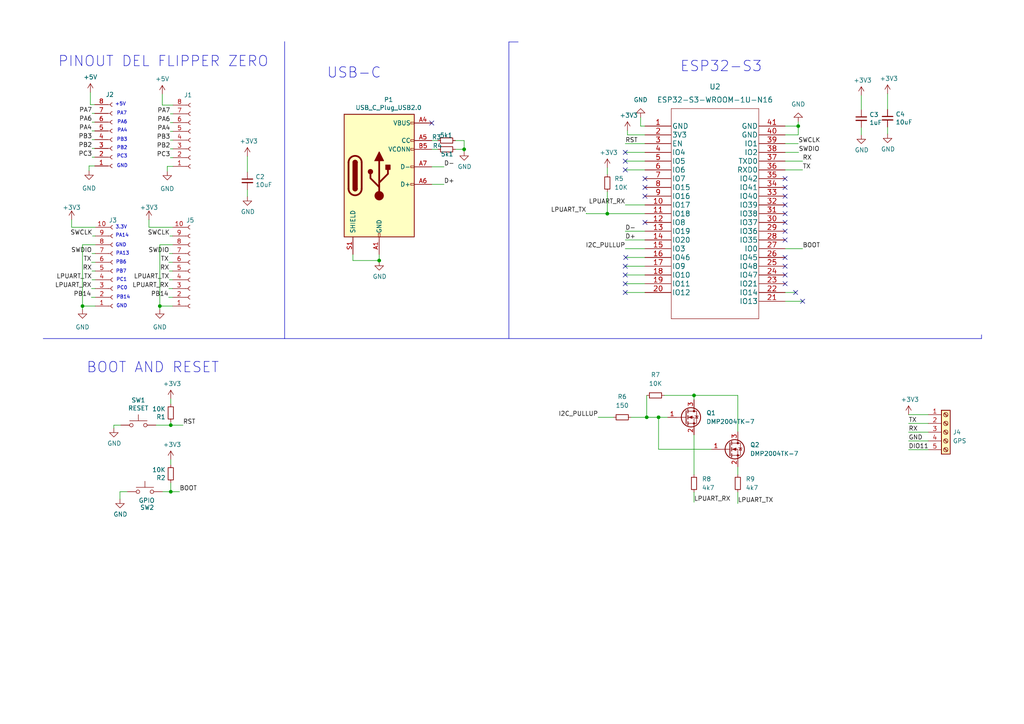
<source format=kicad_sch>
(kicad_sch (version 20230121) (generator eeschema)
  (paper "A4")
  (lib_symbols
    (symbol "Connector:Conn_01x08_Socket" (pin_names (offset 1.016) hide)
      (property "Reference" "J2" (at -1.905 10.541 0))
      (symbol "Conn_01x08_Socket_1_1"
        (arc (start 0 -9.652) (mid -0.5058 -10.16) (end 0 -10.668) (stroke (width 0.1524)))
        (arc (start 0 -7.112) (mid -0.5058 -7.62) (end 0 -8.128) (stroke (width 0.1524)))
        (arc (start 0 -4.572) (mid -0.5058 -5.08) (end 0 -5.588) (stroke (width 0.1524)))
        (arc (start 0 -2.032) (mid -0.5058 -2.54) (end 0 -3.048) (stroke (width 0.1524)))
        (polyline (pts (xy -1.27 -10.16) (xy -0.508 -10.16)) (stroke (width 0.1524)))
        (polyline (pts (xy -1.27 -7.62) (xy -0.508 -7.62)) (stroke (width 0.1524)))
        (polyline (pts (xy -1.27 -5.08) (xy -0.508 -5.08)) (stroke (width 0.1524)))
        (polyline (pts (xy -1.27 -2.54) (xy -0.508 -2.54)) (stroke (width 0.1524)))
        (polyline (pts (xy -1.27 0) (xy -0.508 0)) (stroke (width 0.1524)))
        (polyline (pts (xy -1.27 2.54) (xy -0.508 2.54)) (stroke (width 0.1524)))
        (polyline (pts (xy -1.27 5.08) (xy -0.508 5.08)) (stroke (width 0.1524)))
        (polyline (pts (xy -1.27 7.62) (xy -0.508 7.62)) (stroke (width 0.1524)))
        (arc (start 0 0.508) (mid -0.5058 0) (end 0 -0.508) (stroke (width 0.1524)))
        (arc (start 0 3.048) (mid -0.5058 2.54) (end 0 2.032) (stroke (width 0.1524)))
        (arc (start 0 5.588) (mid -0.5058 5.08) (end 0 4.572) (stroke (width 0.1524)))
        (arc (start 0 8.128) (mid -0.5058 7.62) (end 0 7.112) (stroke (width 0.1524)))
        (pin passive line (at -5.08 -10.16 0) (length 3.81) (name "Pin_8") (number "1"))
        (pin passive line (at -5.08 -7.62 0) (length 3.81) (name "Pin_7") (number "2"))
        (pin passive line (at -5.08 -5.08 0) (length 3.81) (name "Pin_6") (number "3"))
        (pin passive line (at -5.08 -2.54 0) (length 3.81) (name "Pin_5") (number "4"))
        (pin passive line (at -5.08 0 0) (length 3.81) (name "Pin_4") (number "5"))
        (pin passive line (at -5.08 2.54 0) (length 3.81) (name "Pin_3") (number "6"))
        (pin passive line (at -5.08 5.08 0) (length 3.81) (name "Pin_2") (number "7"))
        (pin passive line (at -5.08 7.62 0) (length 3.81) (name "Pin_1") (number "8"))
      )
    )
    (symbol "Connector:Conn_01x10_Socket" (pin_names (offset 1.016) hide)
      (property "Reference" "J3" (at -1.143 12.192 0))
      (symbol "Conn_01x10_Socket_1_1"
        (arc (start 0 -12.192) (mid -0.5058 -12.7) (end 0 -13.208) (stroke (width 0.1524)))
        (arc (start 0 -9.652) (mid -0.5058 -10.16) (end 0 -10.668) (stroke (width 0.1524)))
        (arc (start 0 -7.112) (mid -0.5058 -7.62) (end 0 -8.128) (stroke (width 0.1524)))
        (arc (start 0 -4.572) (mid -0.5058 -5.08) (end 0 -5.588) (stroke (width 0.1524)))
        (arc (start 0 -2.032) (mid -0.5058 -2.54) (end 0 -3.048) (stroke (width 0.1524)))
        (polyline (pts (xy -1.27 -12.7) (xy -0.508 -12.7)) (stroke (width 0.1524)))
        (polyline (pts (xy -1.27 -10.16) (xy -0.508 -10.16)) (stroke (width 0.1524)))
        (polyline (pts (xy -1.27 -7.62) (xy -0.508 -7.62)) (stroke (width 0.1524)))
        (polyline (pts (xy -1.27 -5.08) (xy -0.508 -5.08)) (stroke (width 0.1524)))
        (polyline (pts (xy -1.27 -2.54) (xy -0.508 -2.54)) (stroke (width 0.1524)))
        (polyline (pts (xy -1.27 0) (xy -0.508 0)) (stroke (width 0.1524)))
        (polyline (pts (xy -1.27 2.54) (xy -0.508 2.54)) (stroke (width 0.1524)))
        (polyline (pts (xy -1.27 5.08) (xy -0.508 5.08)) (stroke (width 0.1524)))
        (polyline (pts (xy -1.27 7.62) (xy -0.508 7.62)) (stroke (width 0.1524)))
        (polyline (pts (xy -1.27 10.16) (xy -0.508 10.16)) (stroke (width 0.1524)))
        (arc (start 0 0.508) (mid -0.5058 0) (end 0 -0.508) (stroke (width 0.1524)))
        (arc (start 0 3.048) (mid -0.5058 2.54) (end 0 2.032) (stroke (width 0.1524)))
        (arc (start 0 5.588) (mid -0.5058 5.08) (end 0 4.572) (stroke (width 0.1524)))
        (arc (start 0 8.128) (mid -0.5058 7.62) (end 0 7.112) (stroke (width 0.1524)))
        (arc (start 0 10.668) (mid -0.5058 10.16) (end 0 9.652) (stroke (width 0.1524)))
        (pin passive line (at -5.08 -12.7 0) (length 3.81) (name "Pin_10") (number "1"))
        (pin passive line (at -5.08 10.16 0) (length 3.81) (name "Pin_1") (number "10"))
        (pin passive line (at -5.08 -10.16 0) (length 3.81) (name "Pin_9") (number "2"))
        (pin passive line (at -5.08 -7.62 0) (length 3.81) (name "Pin_8") (number "3"))
        (pin passive line (at -5.08 -5.08 0) (length 3.81) (name "Pin_7") (number "4"))
        (pin passive line (at -5.08 -2.54 0) (length 3.81) (name "Pin_6") (number "5"))
        (pin passive line (at -5.08 0 0) (length 3.81) (name "Pin_5") (number "6"))
        (pin passive line (at -5.08 2.54 0) (length 3.81) (name "Pin_4") (number "7"))
        (pin passive line (at -5.08 5.08 0) (length 3.81) (name "Pin_3") (number "8"))
        (pin passive line (at -5.08 7.62 0) (length 3.81) (name "Pin_2") (number "9"))
      )
    )
    (symbol "Connector:Screw_Terminal_01x05" (pin_names (offset 1.016) hide)
      (property "Reference" "J" (at 0 7.62 0))
      (property "Value" "Screw_Terminal_01x05" (at 0 -7.62 0))
      (symbol "Screw_Terminal_01x05_1_1"
        (rectangle (start -1.27 6.35) (end 1.27 -6.35) (stroke (width 0.254)) (fill (type background)))
        (circle (center 0 -5.08) (radius 0.635) (stroke (width 0.1524)))
        (circle (center 0 -2.54) (radius 0.635) (stroke (width 0.1524)))
        (polyline (pts (xy -0.5334 -4.7498) (xy 0.3302 -5.588)) (stroke (width 0.1524)))
        (polyline (pts (xy -0.5334 -2.2098) (xy 0.3302 -3.048)) (stroke (width 0.1524)))
        (polyline (pts (xy -0.5334 0.3302) (xy 0.3302 -0.508)) (stroke (width 0.1524)))
        (polyline (pts (xy -0.5334 2.8702) (xy 0.3302 2.032)) (stroke (width 0.1524)))
        (polyline (pts (xy -0.5334 5.4102) (xy 0.3302 4.572)) (stroke (width 0.1524)))
        (polyline (pts (xy -0.3556 -4.572) (xy 0.508 -5.4102)) (stroke (width 0.1524)))
        (polyline (pts (xy -0.3556 -2.032) (xy 0.508 -2.8702)) (stroke (width 0.1524)))
        (polyline (pts (xy -0.3556 0.508) (xy 0.508 -0.3302)) (stroke (width 0.1524)))
        (polyline (pts (xy -0.3556 3.048) (xy 0.508 2.2098)) (stroke (width 0.1524)))
        (polyline (pts (xy -0.3556 5.588) (xy 0.508 4.7498)) (stroke (width 0.1524)))
        (circle (center 0 0) (radius 0.635) (stroke (width 0.1524)))
        (circle (center 0 2.54) (radius 0.635) (stroke (width 0.1524)))
        (circle (center 0 5.08) (radius 0.635) (stroke (width 0.1524)))
        (pin passive line (at -5.08 5.08 0) (length 3.81) (name "Pin_1") (number "1"))
        (pin passive line (at -5.08 2.54 0) (length 3.81) (name "Pin_2") (number "2"))
        (pin passive line (at -5.08 0 0) (length 3.81) (name "Pin_3") (number "3"))
        (pin passive line (at -5.08 -2.54 0) (length 3.81) (name "Pin_4") (number "4"))
        (pin passive line (at -5.08 -5.08 0) (length 3.81) (name "Pin_5") (number "5"))
      )
    )
    (symbol "Device:C_Small" (pin_numbers hide) (pin_names (offset 0.254) hide)
      (property "Reference" "C" (at 0.254 1.778 0))
      (property "Value" "C_Small" (at 0.254 -2.032 0))
      (symbol "C_Small_0_1"
        (polyline (pts (xy -1.524 -0.508) (xy 1.524 -0.508)) (stroke (width 0.3302)))
        (polyline (pts (xy -1.524 0.508) (xy 1.524 0.508)) (stroke (width 0.3048)))
      )
      (symbol "C_Small_1_1"
        (pin passive line (at 0 2.54 270) (length 2.032) (name "~") (number "1"))
        (pin passive line (at 0 -2.54 90) (length 2.032) (name "~") (number "2"))
      )
    )
    (symbol "Device:Q_NMOS_GSD" (pin_names (offset 0) hide)
      (property "Reference" "Q" (at 5.08 1.27 0))
      (property "Value" "Q_NMOS_GSD" (at 5.08 -1.27 0))
      (symbol "Q_NMOS_GSD_0_1"
        (polyline (pts (xy 0.254 0) (xy -2.54 0)))
        (polyline (pts (xy 0.254 1.905) (xy 0.254 -1.905)) (stroke (width 0.254)))
        (polyline (pts (xy 0.762 -1.27) (xy 0.762 -2.286)) (stroke (width 0.254)))
        (polyline (pts (xy 0.762 0.508) (xy 0.762 -0.508)) (stroke (width 0.254)))
        (polyline (pts (xy 0.762 2.286) (xy 0.762 1.27)) (stroke (width 0.254)))
        (polyline (pts (xy 2.54 2.54) (xy 2.54 1.778)))
        (polyline (pts (xy 2.54 -2.54) (xy 2.54 0) (xy 0.762 0)))
        (polyline (pts (xy 0.762 -1.778) (xy 3.302 -1.778) (xy 3.302 1.778) (xy 0.762 1.778)))
        (polyline (pts (xy 1.016 0) (xy 2.032 0.381) (xy 2.032 -0.381) (xy 1.016 0)) (fill (type outline)))
        (polyline (pts (xy 2.794 0.508) (xy 2.921 0.381) (xy 3.683 0.381) (xy 3.81 0.254)))
        (polyline (pts (xy 3.302 0.381) (xy 2.921 -0.254) (xy 3.683 -0.254) (xy 3.302 0.381)))
        (circle (center 1.651 0) (radius 2.794) (stroke (width 0.254)))
        (circle (center 2.54 -1.778) (radius 0.254) (fill (type outline)))
        (circle (center 2.54 1.778) (radius 0.254) (fill (type outline)))
      )
      (symbol "Q_NMOS_GSD_1_1"
        (pin input line (at -5.08 0 0) (length 2.54) (name "G") (number "1"))
        (pin passive line (at 2.54 -5.08 90) (length 2.54) (name "S") (number "2"))
        (pin passive line (at 2.54 5.08 270) (length 2.54) (name "D") (number "3"))
      )
    )
    (symbol "Device:R_Small" (pin_numbers hide) (pin_names (offset 0.254) hide)
      (property "Reference" "R" (at 0.762 0.508 0))
      (property "Value" "R_Small" (at 0.762 -1.016 0))
      (symbol "R_Small_0_1"
        (rectangle (start -0.762 1.778) (end 0.762 -1.778) (stroke (width 0.2032)))
      )
      (symbol "R_Small_1_1"
        (pin passive line (at 0 2.54 270) (length 0.762) (name "~") (number "1"))
        (pin passive line (at 0 -2.54 90) (length 0.762) (name "~") (number "2"))
      )
    )
    (symbol "ESP32-S3-WROOM:ESP32-S3-WROOM-1-N8" (pin_names (offset 0.254))
      (property "Reference" "U" (at 20.32 10.16 0))
      (property "Value" "ESP32-S3-WROOM-1-N8" (at 20.32 7.62 0))
      (symbol "ESP32-S3-WROOM-1-N8_1_1"
        (polyline (pts (xy 7.62 -55.88) (xy 33.02 -55.88)) (stroke (width 0.127)))
        (polyline (pts (xy 7.62 5.08) (xy 7.62 -55.88)) (stroke (width 0.127)))
        (polyline (pts (xy 33.02 -55.88) (xy 33.02 5.08)) (stroke (width 0.127)))
        (polyline (pts (xy 33.02 5.08) (xy 7.62 5.08)) (stroke (width 0.127)))
        (pin power_in line (at 0 0 0) (length 7.62) (name "GND") (number "1"))
        (pin bidirectional line (at 0 -22.86 0) (length 7.62) (name "IO17") (number "10"))
        (pin bidirectional line (at 0 -25.4 0) (length 7.62) (name "IO18") (number "11"))
        (pin bidirectional line (at 0 -27.94 0) (length 7.62) (name "IO8") (number "12"))
        (pin bidirectional line (at 0 -30.48 0) (length 7.62) (name "IO19") (number "13"))
        (pin bidirectional line (at 0 -33.02 0) (length 7.62) (name "IO20") (number "14"))
        (pin bidirectional line (at 0 -35.56 0) (length 7.62) (name "IO3") (number "15"))
        (pin bidirectional line (at 0 -38.1 0) (length 7.62) (name "IO46") (number "16"))
        (pin bidirectional line (at 0 -40.64 0) (length 7.62) (name "IO9") (number "17"))
        (pin bidirectional line (at 0 -43.18 0) (length 7.62) (name "IO10") (number "18"))
        (pin bidirectional line (at 0 -45.72 0) (length 7.62) (name "IO11") (number "19"))
        (pin power_in line (at 0 -2.54 0) (length 7.62) (name "3V3") (number "2"))
        (pin bidirectional line (at 0 -48.26 0) (length 7.62) (name "IO12") (number "20"))
        (pin bidirectional line (at 40.64 -50.8 180) (length 7.62) (name "IO13") (number "21"))
        (pin bidirectional line (at 40.64 -48.26 180) (length 7.62) (name "IO14") (number "22"))
        (pin bidirectional line (at 40.64 -45.72 180) (length 7.62) (name "IO21") (number "23"))
        (pin bidirectional line (at 40.64 -43.18 180) (length 7.62) (name "IO47") (number "24"))
        (pin bidirectional line (at 40.64 -40.64 180) (length 7.62) (name "IO48") (number "25"))
        (pin bidirectional line (at 40.64 -38.1 180) (length 7.62) (name "IO45") (number "26"))
        (pin bidirectional line (at 40.64 -35.56 180) (length 7.62) (name "IO0") (number "27"))
        (pin bidirectional line (at 40.64 -33.02 180) (length 7.62) (name "IO35") (number "28"))
        (pin bidirectional line (at 40.64 -30.48 180) (length 7.62) (name "IO36") (number "29"))
        (pin input line (at 0 -5.08 0) (length 7.62) (name "EN") (number "3"))
        (pin bidirectional line (at 40.64 -27.94 180) (length 7.62) (name "IO37") (number "30"))
        (pin bidirectional line (at 40.64 -25.4 180) (length 7.62) (name "IO38") (number "31"))
        (pin bidirectional line (at 40.64 -22.86 180) (length 7.62) (name "IO39") (number "32"))
        (pin bidirectional line (at 40.64 -20.32 180) (length 7.62) (name "IO40") (number "33"))
        (pin bidirectional line (at 40.64 -17.78 180) (length 7.62) (name "IO41") (number "34"))
        (pin bidirectional line (at 40.64 -15.24 180) (length 7.62) (name "IO42") (number "35"))
        (pin bidirectional line (at 40.64 -12.7 180) (length 7.62) (name "RXD0") (number "36"))
        (pin bidirectional line (at 40.64 -10.16 180) (length 7.62) (name "TXD0") (number "37"))
        (pin bidirectional line (at 40.64 -7.62 180) (length 7.62) (name "IO2") (number "38"))
        (pin bidirectional line (at 40.64 -5.08 180) (length 7.62) (name "IO1") (number "39"))
        (pin bidirectional line (at 0 -7.62 0) (length 7.62) (name "IO4") (number "4"))
        (pin power_in line (at 40.64 -2.54 180) (length 7.62) (name "GND") (number "40"))
        (pin power_in line (at 40.64 0 180) (length 7.62) (name "GND") (number "41"))
        (pin bidirectional line (at 0 -10.16 0) (length 7.62) (name "IO5") (number "5"))
        (pin bidirectional line (at 0 -12.7 0) (length 7.62) (name "IO6") (number "6"))
        (pin bidirectional line (at 0 -15.24 0) (length 7.62) (name "IO7") (number "7"))
        (pin bidirectional line (at 0 -17.78 0) (length 7.62) (name "IO15") (number "8"))
        (pin bidirectional line (at 0 -20.32 0) (length 7.62) (name "IO16") (number "9"))
      )
    )
    (symbol "HunterCat-NFC-rescue:USB_C_Plug_USB2.0-Connector" (pin_names (offset 1.016))
      (property "Reference" "P" (at -10.16 19.05 0))
      (property "Value" "USB_C_Plug_USB2.0-Connector" (at 12.7 19.05 0))
      (symbol "USB_C_Plug_USB2.0-Connector_0_0"
        (rectangle (start -0.254 -17.78) (end 0.254 -16.764))
        (rectangle (start 10.16 -2.286) (end 9.144 -2.794))
        (rectangle (start 10.16 2.794) (end 9.144 2.286))
        (rectangle (start 10.16 7.874) (end 9.144 7.366))
        (rectangle (start 10.16 10.414) (end 9.144 9.906))
        (rectangle (start 10.16 15.494) (end 9.144 14.986))
      )
      (symbol "USB_C_Plug_USB2.0-Connector_0_1"
        (rectangle (start -10.16 17.78) (end 10.16 -17.78) (stroke (width 0.254)) (fill (type background)))
        (arc (start -8.89 -3.81) (mid -6.985 -5.7067) (end -5.08 -3.81) (stroke (width 0.508)))
        (arc (start -7.62 -3.81) (mid -6.985 -4.4423) (end -6.35 -3.81) (stroke (width 0.254)))
        (arc (start -7.62 -3.81) (mid -6.985 -4.4423) (end -6.35 -3.81) (stroke (width 0.254)) (fill (type outline)))
        (rectangle (start -7.62 -3.81) (end -6.35 3.81) (stroke (width 0.254)) (fill (type outline)))
        (arc (start -6.35 3.81) (mid -6.985 4.4423) (end -7.62 3.81) (stroke (width 0.254)))
        (arc (start -6.35 3.81) (mid -6.985 4.4423) (end -7.62 3.81) (stroke (width 0.254)) (fill (type outline)))
        (arc (start -5.08 3.81) (mid -6.985 5.7067) (end -8.89 3.81) (stroke (width 0.508)))
        (circle (center -2.54 1.143) (radius 0.635) (stroke (width 0.254)) (fill (type outline)))
        (circle (center 0 -5.842) (radius 1.27) (fill (type outline)))
        (polyline (pts (xy -8.89 -3.81) (xy -8.89 3.81)) (stroke (width 0.508)))
        (polyline (pts (xy -5.08 3.81) (xy -5.08 -3.81)) (stroke (width 0.508)))
        (polyline (pts (xy 0 -5.842) (xy 0 4.318)) (stroke (width 0.508)))
        (polyline (pts (xy 0 -3.302) (xy -2.54 -0.762) (xy -2.54 0.508)) (stroke (width 0.508)))
        (polyline (pts (xy 0 -2.032) (xy 2.54 0.508) (xy 2.54 1.778)) (stroke (width 0.508)))
        (polyline (pts (xy -1.27 4.318) (xy 0 6.858) (xy 1.27 4.318) (xy -1.27 4.318)) (stroke (width 0.254)) (fill (type outline)))
        (rectangle (start 1.905 1.778) (end 3.175 3.048) (stroke (width 0.254)) (fill (type outline)))
      )
      (symbol "USB_C_Plug_USB2.0-Connector_1_1"
        (pin power_in line (at 0 -22.86 90) (length 5.08) (name "GND") (number "A1"))
        (pin passive line (at 0 -22.86 90) (length 5.08) hide (name "GND") (number "A12"))
        (pin power_in line (at 15.24 15.24 180) (length 5.08) (name "VBUS") (number "A4"))
        (pin bidirectional line (at 15.24 10.16 180) (length 5.08) (name "CC") (number "A5"))
        (pin bidirectional line (at 15.24 -2.54 180) (length 5.08) (name "D+") (number "A6"))
        (pin bidirectional line (at 15.24 2.54 180) (length 5.08) (name "D-") (number "A7"))
        (pin passive line (at 15.24 15.24 180) (length 5.08) hide (name "VBUS") (number "A9"))
        (pin passive line (at 0 -22.86 90) (length 5.08) hide (name "GND") (number "B1"))
        (pin passive line (at 0 -22.86 90) (length 5.08) hide (name "GND") (number "B12"))
        (pin passive line (at 15.24 15.24 180) (length 5.08) hide (name "VBUS") (number "B4"))
        (pin bidirectional line (at 15.24 7.62 180) (length 5.08) (name "VCONN") (number "B5"))
        (pin passive line (at 15.24 15.24 180) (length 5.08) hide (name "VBUS") (number "B9"))
        (pin passive line (at -7.62 -22.86 90) (length 5.08) (name "SHIELD") (number "S1"))
      )
    )
    (symbol "Switch:SW_Push" (pin_numbers hide) (pin_names (offset 1.016) hide)
      (property "Reference" "SW" (at 1.27 2.54 0))
      (property "Value" "SW_Push" (at 0 -1.524 0))
      (symbol "SW_Push_0_1"
        (circle (center -2.032 0) (radius 0.508))
        (polyline (pts (xy 0 1.27) (xy 0 3.048)))
        (polyline (pts (xy 2.54 1.27) (xy -2.54 1.27)))
        (circle (center 2.032 0) (radius 0.508))
        (pin passive line (at -5.08 0 0) (length 2.54) (name "1") (number "1"))
        (pin passive line (at 5.08 0 180) (length 2.54) (name "2") (number "2"))
      )
    )
    (symbol "power:+3V3" (power) (pin_names (offset 0))
      (property "Value" "+3V3" (at 0 3.556 0))
      (symbol "+3V3_0_1"
        (polyline (pts (xy -0.762 1.27) (xy 0 2.54)))
        (polyline (pts (xy 0 0) (xy 0 2.54)))
        (polyline (pts (xy 0 2.54) (xy 0.762 1.27)))
      )
      (symbol "+3V3_1_1"
        (pin power_in line (at 0 0 90) (length 0) hide (name "+3V3") (number "1"))
      )
    )
    (symbol "power:+5V" (power) (pin_names (offset 0))
      (property "Value" "+5V" (at 0 3.556 0))
      (symbol "+5V_0_1"
        (polyline (pts (xy -0.762 1.27) (xy 0 2.54)))
        (polyline (pts (xy 0 0) (xy 0 2.54)))
        (polyline (pts (xy 0 2.54) (xy 0.762 1.27)))
      )
      (symbol "+5V_1_1"
        (pin power_in line (at 0 0 90) (length 0) hide (name "+5V") (number "1"))
      )
    )
    (symbol "power:GND" (power) (pin_names (offset 0))
      (property "Value" "GND" (at 0 -3.81 0))
      (symbol "GND_0_1"
        (polyline (pts (xy 0 0) (xy 0 -1.27) (xy 1.27 -1.27) (xy 0 -2.54) (xy -1.27 -1.27) (xy 0 -1.27)))
      )
      (symbol "GND_1_1"
        (pin power_in line (at 0 0 270) (length 0) hide (name "GND") (number "1"))
      )
    )
  )
  (junction (at 23.9268 88.773))
  (junction (at 134.62 43.307))
  (junction (at 176.149 61.976))
  (junction (at 49.53 142.621))
  (junction (at 201.295 114.681))
  (junction (at 109.982 75.565))
  (junction (at 46.355 88.773))
  (junction (at 191.008 121.031))
  (junction (at 187.579 121.031))
  (junction (at 231.521 36.576))
  (junction (at 49.53 123.317))
  (no_connect (at 187.071 56.896))
  (no_connect (at 181.356 79.756))
  (no_connect (at 227.711 67.056))
  (no_connect (at 227.711 56.896))
  (no_connect (at 181.356 82.296))
  (no_connect (at 187.071 54.356))
  (no_connect (at 227.711 54.356))
  (no_connect (at 232.791 87.376))
  (no_connect (at 230.759 84.836))
  (no_connect (at 227.711 77.216))
  (no_connect (at 227.711 74.676))
  (no_connect (at 125.222 35.687))
  (no_connect (at 187.071 51.816))
  (no_connect (at 181.356 46.736))
  (no_connect (at 227.711 61.976))
  (no_connect (at 227.711 59.436))
  (no_connect (at 227.711 79.756))
  (no_connect (at 227.711 51.816))
  (no_connect (at 181.356 77.216))
  (no_connect (at 227.711 69.596))
  (no_connect (at 187.071 64.516))
  (no_connect (at 181.356 44.196))
  (no_connect (at 181.356 49.276))
  (no_connect (at 227.711 82.296))
  (no_connect (at 181.483 74.676))
  (no_connect (at 227.711 64.516))
  (no_connect (at 181.356 84.836))
  (wire (pts (xy 20.7772 63.7286) (xy 20.7772 65.913)))
  (wire (pts (xy 26.67 78.613) (xy 27.6098 78.613)))
  (wire (pts (xy 50.038 70.993) (xy 46.355 70.993)))
  (wire (pts (xy 176.149 61.976) (xy 187.071 61.976)))
  (wire (pts (xy 125.222 48.387) (xy 128.778 48.387)))
  (wire (pts (xy 23.9268 88.773) (xy 27.6098 88.773)))
  (wire (pts (xy 227.711 39.116) (xy 231.521 39.116)))
  (wire (pts (xy 181.356 67.056) (xy 187.071 67.056)))
  (wire (pts (xy 187.071 39.116) (xy 181.991 39.116)))
  (wire (pts (xy 192.659 114.681) (xy 201.295 114.681)))
  (wire (pts (xy 34.798 142.621) (xy 34.798 144.78)))
  (wire (pts (xy 23.9268 89.789) (xy 23.9268 88.773)))
  (wire (pts (xy 213.995 125.222) (xy 213.995 114.681)))
  (wire (pts (xy 48.514 49.657) (xy 48.514 48.26)))
  (wire (pts (xy 181.356 82.296) (xy 187.071 82.296)))
  (wire (pts (xy 25.8318 48.133) (xy 27.4828 48.133)))
  (wire (pts (xy 263.525 120.269) (xy 269.24 120.269)))
  (wire (pts (xy 26.67 81.153) (xy 27.6098 81.153)))
  (wire (pts (xy 23.9268 70.993) (xy 23.9268 88.773)))
  (wire (pts (xy 134.62 43.307) (xy 134.62 43.942)))
  (wire (pts (xy 181.356 41.656) (xy 187.071 41.656)))
  (wire (pts (xy 187.071 36.576) (xy 185.801 36.576)))
  (wire (pts (xy 26.543 76.073) (xy 27.6098 76.073)))
  (wire (pts (xy 26.7208 40.513) (xy 27.4828 40.513)))
  (wire (pts (xy 49.2506 68.453) (xy 50.038 68.453)))
  (wire (pts (xy 181.356 46.736) (xy 187.071 46.736)))
  (wire (pts (xy 263.525 130.429) (xy 269.24 130.429)))
  (wire (pts (xy 26.67 73.533) (xy 27.6098 73.533)))
  (wire (pts (xy 46.355 70.993) (xy 46.355 88.773)))
  (wire (pts (xy 49.53 142.621) (xy 52.07 142.621)))
  (wire (pts (xy 227.711 84.836) (xy 230.759 84.836)))
  (wire (pts (xy 201.295 114.681) (xy 201.295 115.951)))
  (wire (pts (xy 213.995 135.382) (xy 213.995 137.668)))
  (wire (pts (xy 49.403 38.1) (xy 50.165 38.1)))
  (wire (pts (xy 46.355 89.789) (xy 46.355 88.773)))
  (wire (pts (xy 231.521 36.576) (xy 231.521 39.116)))
  (wire (pts (xy 191.008 130.302) (xy 191.008 121.031)))
  (wire (pts (xy 181.991 39.116) (xy 181.991 37.846)))
  (wire (pts (xy 48.9204 86.233) (xy 50.038 86.233)))
  (wire (pts (xy 49.403 33.02) (xy 50.165 33.02)))
  (wire (pts (xy 49.0982 78.613) (xy 50.038 78.613)))
  (wire (pts (xy 263.525 125.349) (xy 269.24 125.349)))
  (wire (pts (xy 102.362 75.565) (xy 109.982 75.565)))
  (wire (pts (xy 206.375 130.302) (xy 191.008 130.302)))
  (wire (pts (xy 49.0982 81.153) (xy 50.038 81.153)))
  (wire (pts (xy 232.791 49.276) (xy 227.711 49.276)))
  (wire (pts (xy 26.2128 30.353) (xy 27.4828 30.353)))
  (wire (pts (xy 27.6098 70.993) (xy 23.9268 70.993)))
  (wire (pts (xy 173.482 121.031) (xy 177.927 121.031)))
  (wire (pts (xy 263.525 122.809) (xy 269.24 122.809)))
  (wire (pts (xy 176.149 48.641) (xy 176.149 50.546)))
  (wire (pts (xy 257.429 27.178) (xy 257.429 31.75)))
  (wire (pts (xy 43.2054 65.913) (xy 50.038 65.913)))
  (wire (pts (xy 227.711 36.576) (xy 231.521 36.576)))
  (wire (pts (xy 71.755 45.339) (xy 71.755 49.911)))
  (wire (pts (xy 191.008 121.031) (xy 193.675 121.031)))
  (wire (pts (xy 257.429 36.83) (xy 257.429 38.862)))
  (wire (pts (xy 249.809 36.957) (xy 249.809 39.116)))
  (wire (pts (xy 109.982 75.565) (xy 109.982 75.819)))
  (wire (pts (xy 26.7208 45.593) (xy 27.4828 45.593)))
  (wire (pts (xy 47.0662 27.3304) (xy 47.0662 30.48)))
  (wire (pts (xy 249.809 27.686) (xy 249.809 31.877)))
  (wire (pts (xy 181.356 49.276) (xy 187.071 49.276)))
  (wire (pts (xy 181.356 77.216) (xy 187.071 77.216)))
  (wire (pts (xy 26.8224 68.453) (xy 27.6098 68.453)))
  (wire (pts (xy 26.7208 32.893) (xy 27.4828 32.893)))
  (wire (pts (xy 187.579 121.031) (xy 191.008 121.031)))
  (polyline (pts (xy 82.55 98.171) (xy 82.5754 98.171)))
  (wire (pts (xy 227.711 44.196) (xy 231.648 44.196)))
  (wire (pts (xy 176.149 55.626) (xy 176.149 61.976)))
  (wire (pts (xy 46.355 88.773) (xy 50.038 88.773)))
  (wire (pts (xy 185.801 36.576) (xy 185.801 34.036)))
  (wire (pts (xy 181.483 74.676) (xy 187.071 74.676)))
  (wire (pts (xy 47.117 142.621) (xy 49.53 142.621)))
  (wire (pts (xy 47.0662 30.48) (xy 50.165 30.48)))
  (wire (pts (xy 26.7208 43.053) (xy 27.4828 43.053)))
  (wire (pts (xy 26.7208 35.433) (xy 27.4828 35.433)))
  (wire (pts (xy 181.356 59.436) (xy 187.071 59.436)))
  (wire (pts (xy 26.4922 86.233) (xy 27.6098 86.233)))
  (wire (pts (xy 49.0982 73.533) (xy 50.038 73.533)))
  (polyline (pts (xy 12.5222 98.1964) (xy 284.6832 98.1964)))
  (wire (pts (xy 231.521 35.306) (xy 231.521 36.576)))
  (polyline (pts (xy 284.6832 97.1042) (xy 284.6832 98.1964)))
  (wire (pts (xy 34.798 142.621) (xy 36.957 142.621)))
  (polyline (pts (xy 150.2918 12.1666) (xy 147.5994 12.1666)))
  (wire (pts (xy 132.08 43.307) (xy 134.62 43.307)))
  (wire (pts (xy 201.295 126.111) (xy 201.295 137.668)))
  (wire (pts (xy 125.222 40.767) (xy 127 40.767)))
  (polyline (pts (xy 147.5994 12.1666) (xy 147.5994 98.171)))
  (wire (pts (xy 49.53 123.317) (xy 53.086 123.317)))
  (wire (pts (xy 183.007 121.031) (xy 187.579 121.031)))
  (wire (pts (xy 49.403 40.64) (xy 50.165 40.64)))
  (wire (pts (xy 232.791 72.136) (xy 227.711 72.136)))
  (wire (pts (xy 49.53 122.301) (xy 49.53 123.317)))
  (wire (pts (xy 49.403 35.56) (xy 50.165 35.56)))
  (wire (pts (xy 71.755 54.991) (xy 71.755 57.023)))
  (wire (pts (xy 187.579 114.681) (xy 187.579 121.031)))
  (wire (pts (xy 49.53 139.954) (xy 49.53 142.621)))
  (wire (pts (xy 48.514 48.26) (xy 50.165 48.26)))
  (wire (pts (xy 43.2054 63.7286) (xy 43.2054 65.913)))
  (wire (pts (xy 20.7772 65.913) (xy 27.6098 65.913)))
  (wire (pts (xy 181.356 69.596) (xy 187.071 69.596)))
  (wire (pts (xy 26.2128 26.797) (xy 26.2128 30.353)))
  (wire (pts (xy 125.222 53.467) (xy 128.778 53.467)))
  (wire (pts (xy 227.711 41.656) (xy 231.521 41.656)))
  (wire (pts (xy 49.53 133.35) (xy 49.53 134.874)))
  (wire (pts (xy 125.222 43.307) (xy 127 43.307)))
  (wire (pts (xy 49.403 43.18) (xy 50.165 43.18)))
  (wire (pts (xy 25.8318 49.53) (xy 25.8318 48.133)))
  (wire (pts (xy 102.362 73.787) (xy 102.362 75.565)))
  (wire (pts (xy 26.6954 37.973) (xy 27.4828 37.973)))
  (wire (pts (xy 45.212 123.317) (xy 49.53 123.317)))
  (wire (pts (xy 170.053 61.849) (xy 170.053 61.976)))
  (polyline (pts (xy 82.55 12.065) (xy 82.55 98.171)))
  (wire (pts (xy 49.53 115.697) (xy 49.53 117.221)))
  (wire (pts (xy 181.356 44.196) (xy 187.071 44.196)))
  (wire (pts (xy 26.543 83.693) (xy 27.6098 83.693)))
  (wire (pts (xy 181.356 72.136) (xy 187.071 72.136)))
  (wire (pts (xy 232.791 87.376) (xy 227.711 87.376)))
  (wire (pts (xy 263.525 127.889) (xy 269.24 127.889)))
  (wire (pts (xy 132.08 40.767) (xy 134.62 40.767)))
  (wire (pts (xy 181.356 79.756) (xy 187.071 79.756)))
  (wire (pts (xy 213.995 114.681) (xy 201.295 114.681)))
  (wire (pts (xy 170.053 61.976) (xy 176.149 61.976)))
  (wire (pts (xy 33.02 123.317) (xy 33.02 124.206)))
  (wire (pts (xy 232.791 46.736) (xy 227.711 46.736)))
  (wire (pts (xy 35.052 123.317) (xy 33.02 123.317)))
  (wire (pts (xy 201.295 142.748) (xy 201.295 145.669)))
  (wire (pts (xy 109.982 73.787) (xy 109.982 75.565)))
  (wire (pts (xy 134.62 40.767) (xy 134.62 43.307)))
  (wire (pts (xy 48.9712 76.073) (xy 50.038 76.073)))
  (wire (pts (xy 213.995 142.748) (xy 213.995 146.05)))
  (wire (pts (xy 48.9712 83.693) (xy 50.038 83.693)))
  (wire (pts (xy 49.403 45.72) (xy 50.165 45.72)))
  (wire (pts (xy 181.356 84.836) (xy 187.071 84.836)))
  (text "PB6" (at 33.5788 76.708 0) (effects (font (size 1 1)) (justify left bottom)))
  (text "PC0" (at 33.8328 84.201 0) (effects (font (size 1 1)) (justify left bottom)))
  (text "ESP32-S3\n\n" (at 197.2056 25.9588 0) (effects (font (size 3 3)) (justify left bottom)))
  (text "BOOT AND RESET\n" (at 25.019 108.458 0) (effects (font (size 3 3)) (justify left bottom)))
  (text "PA4" (at 33.9598 38.481 0) (effects (font (size 1 1)) (justify left bottom)))
  (text "PA14\n" (at 33.4518 68.961 0) (effects (font (size 1 1)) (justify left bottom)))
  (text "PA13" (at 33.5788 74.168 0) (effects (font (size 1 1)) (justify left bottom)))
  (text "PB2" (at 33.8328 43.561 0) (effects (font (size 1 1)) (justify left bottom)))
  (text "GND" (at 33.7058 89.408 0) (effects (font (size 1 1)) (justify left bottom)))
  (text "PINOUT DEL FLIPPER ZERO" (at 16.764 19.685 0) (effects (font (size 3 3)) (justify left bottom)))
  (text "USB-C\n" (at 94.742 22.987 0) (effects (font (size 3 3)) (justify left bottom)))
  (text "PC1" (at 33.7058 81.788 0) (effects (font (size 1 1)) (justify left bottom)))
  (text "+5V" (at 33.3248 30.861 0) (effects (font (size 1 1)) (justify left bottom)))
  (text "3.3V" (at 33.4518 66.548 0) (effects (font (size 1 1)) (justify left bottom)))
  (text "PA6" (at 33.9598 36.068 0) (effects (font (size 1 1)) (justify left bottom)))
  (text "GND" (at 33.4518 71.755 0) (effects (font (size 1 1)) (justify left bottom)))
  (text "PB14\n" (at 33.7058 86.868 0) (effects (font (size 1 1)) (justify left bottom)))
  (text "GND" (at 33.8328 48.768 0) (effects (font (size 1 1)) (justify left bottom)))
  (text "PB3" (at 33.8328 41.148 0) (effects (font (size 1 1)) (justify left bottom)))
  (text "PA7" (at 33.8328 33.528 0) (effects (font (size 1 1)) (justify left bottom)))
  (text "PC3" (at 33.8328 45.974 0) (effects (font (size 1 1)) (justify left bottom)))
  (text "PB7" (at 33.5788 79.375 0) (effects (font (size 1 1)) (justify left bottom)))
  (label "SWDIO" (at 26.67 73.533 180))
  (label "BOOT" (at 52.07 142.621 0))
  (label "RX" (at 49.0982 78.613 180))
  (label "SWCLK" (at 49.2506 68.453 180))
  (label "LPUART_RX" (at 181.356 59.436 180))
  (label "TX" (at 263.525 122.809 0))
  (label "BOOT" (at 232.791 72.136 0))
  (label "PB3" (at 49.403 40.64 180))
  (label "RST" (at 53.086 123.317 0))
  (label "I2C_PULLUP" (at 173.482 121.031 180))
  (label "PA7" (at 49.403 33.02 180))
  (label "LPUART_RX" (at 48.9712 83.693 180))
  (label "SWCLK" (at 231.521 41.656 0))
  (label "D+" (at 181.356 69.596 0))
  (label "DIO11" (at 263.525 130.429 0))
  (label "TX" (at 48.9712 76.073 180))
  (label "PB2" (at 26.7208 43.053 180))
  (label "PB14" (at 48.9204 86.233 180))
  (label "SWDIO" (at 49.0982 73.533 180))
  (label "TX" (at 232.791 49.276 0))
  (label "RX" (at 232.791 46.736 0))
  (label "LPUART_TX" (at 170.053 61.849 180))
  (label "PC3" (at 49.403 45.72 180))
  (label "LPUART_TX" (at 26.67 81.153 180))
  (label "I2C_PULLUP" (at 181.356 72.136 180))
  (label "RX" (at 263.525 125.349 0))
  (label "LPUART_RX" (at 26.543 83.693 180))
  (label "PA4" (at 49.403 38.1 180))
  (label "PA7" (at 26.7208 32.893 180))
  (label "D-" (at 128.778 48.387 0))
  (label "RST" (at 181.356 41.656 0))
  (label "TX" (at 26.543 76.073 180))
  (label "D-" (at 181.356 67.056 0))
  (label "LPUART_RX" (at 201.295 145.669 0))
  (label "SWCLK" (at 26.8224 68.453 180))
  (label "PB2" (at 49.403 43.18 180))
  (label "PB14" (at 26.4922 86.233 180))
  (label "PA6" (at 26.7208 35.433 180))
  (label "PA6" (at 49.403 35.56 180))
  (label "PB3" (at 26.7208 40.513 180))
  (label "SWDIO" (at 231.648 44.196 0))
  (label "PA4" (at 26.6954 37.973 180))
  (label "RX" (at 26.67 78.613 180))
  (label "LPUART_TX" (at 213.995 146.05 0))
  (label "D+" (at 128.778 53.467 0))
  (label "LPUART_TX" (at 49.0982 81.153 180))
  (label "PC3" (at 26.7208 45.593 180))
  (label "GND" (at 263.525 127.889 0))
  (symbol (lib_id "Device:C_Small") (at 71.755 52.451 0) (unit 1)
    (property "Reference" "C2" (at 74.0918 51.2826 0) (effects (justify left)))
    (property "Value" "10uF" (at 74.0918 53.594 0) (effects (justify left)))
    (property "Footprint" "Capacitor_SMD:C_0603_1608Metric" (effects hide))
    (property "Datasheet" "https://datasheet.lcsc.com/lcsc/1912111437_CCTC-TCC0603COG100J500CT_C376764.pdf" (effects hide))
    (property "provedor" "LCSC" (effects hide))
    (property "LCSC#" "C85713" (effects hide))
  )
  (symbol (lib_id "power:GND") (at 109.982 75.819 0) (unit 1)
    (property "Reference" "#PWR012" (effects hide))
    (property "Value" "GND" (at 110.109 80.2132 0))
  )
  (symbol (lib_id "Device:Q_NMOS_GSD") (at 198.755 121.031 0) (unit 1)
    (property "Reference" "Q1" (at 204.851 119.761 0) (effects (justify left)))
    (property "Value" "DMP2004TK-7" (at 204.851 122.301 0) (effects (justify left)))
    (property "Footprint" "Package_TO_SOT_SMD:SOT-523" (effects hide))
    (property "manf#" "DMP2004TK-7" (effects hide))
    (property "provedor" "MOUSER" (effects hide))
  )
  (symbol (lib_id "power:GND") (at 231.521 35.306 180) (unit 1)
    (property "Reference" "#PWR019" (effects hide))
    (property "Value" "GND" (at 231.521 30.226 0))
  )
  (symbol (lib_id "power:+3V3") (at 181.991 37.846 0) (unit 1)
    (property "Reference" "#PWR017" (effects hide))
    (property "Value" "+3V3" (at 182.372 33.4518 0))
  )
  (symbol (lib_id "Device:R_Small") (at 190.119 114.681 90) (unit 1)
    (property "Reference" "R7" (at 190.119 108.712 90))
    (property "Value" "10K" (at 190.119 111.252 90))
    (property "Footprint" "Resistor_SMD:R_0603_1608Metric" (effects hide))
    (property "LCSC#" "C217281" (effects hide))
    (property "provedor" "LCSC" (effects hide))
  )
  (symbol (lib_id "power:GND") (at 134.62 43.942 0) (unit 1)
    (property "Reference" "#PWR015" (effects hide))
    (property "Value" "GND" (at 134.747 48.3362 0))
  )
  (symbol (lib_id "power:+3V3") (at 71.755 45.339 0) (unit 1)
    (property "Reference" "#PWR013" (effects hide))
    (property "Value" "+3V3" (at 72.136 40.9448 0))
  )
  (symbol (lib_id "power:GND") (at 33.02 124.206 0) (unit 1)
    (property "Reference" "#PWR03" (effects hide))
    (property "Value" "GND" (at 33.147 128.6002 0))
  )
  (symbol (lib_id "Device:R_Small") (at 49.53 119.761 180) (unit 1)
    (property "Reference" "R1" (at 48.0314 120.9294 0) (effects (justify left)))
    (property "Value" "10K" (at 48.0314 118.618 0) (effects (justify left)))
    (property "Footprint" "Resistor_SMD:R_0603_1608Metric" (effects hide))
    (property "Datasheet" "https://datasheet.lcsc.com/lcsc/1811151133_Walsin-Tech-Corp-WR06X104JTL_C163843.pdf" (effects hide))
    (property "LCSC#" "C217281" (effects hide))
    (property "provedor" "LCSC" (effects hide))
  )
  (symbol (lib_id "power:GND") (at 23.9268 89.789 0) (unit 1)
    (property "Reference" "#PWR010" (effects hide))
    (property "Value" "GND" (at 23.9268 94.869 0))
  )
  (symbol (lib_id "Device:R_Small") (at 129.54 40.767 270) (unit 1)
    (property "Reference" "R3" (at 126.619 39.751 90))
    (property "Value" "5k1" (at 129.413 39.243 90))
    (property "Footprint" "Resistor_SMD:R_0603_1608Metric" (effects hide))
    (property "Datasheet" "https://datasheet.lcsc.com/lcsc/1810170519_PANASONIC-ERJ3RBD5101V_C191782.pdf" (effects hide))
    (property "LCSC#" "C191782" (effects hide))
    (property "provedor" "LCSC" (effects hide))
  )
  (symbol (lib_id "power:+3V3") (at 263.525 120.269 0) (unit 1)
    (property "Reference" "#PWR024" (effects hide))
    (property "Value" "+3V3" (at 263.906 115.8748 0))
  )
  (symbol (lib_id "power:GND") (at 48.514 49.657 0) (unit 1)
    (property "Reference" "#PWR06" (effects hide))
    (property "Value" "GND" (at 48.514 54.737 0))
  )
  (symbol (lib_id "Connector:Conn_01x10_Socket") (at 32.6898 76.073 0) (unit 1)
    (property "Reference" "J3" (at 31.5468 63.881 0) (effects (justify left)))
    (property "Value" "Conn_01x10_Socket" (effects hide))
    (property "Footprint" "Connector_PinHeader_2.54mm:PinHeader_1x10_P2.54mm_Vertical" (effects hide))
    (property "LCSC#" "C492418" (effects hide))
  )
  (symbol (lib_id "power:+5V") (at 47.0662 27.3304 0) (unit 1)
    (property "Reference" "#PWR01" (effects hide))
    (property "Value" "+5V" (at 47.0662 22.8854 0))
  )
  (symbol (lib_id "power:+3V3") (at 249.809 27.686 0) (unit 1)
    (property "Reference" "#PWR020" (effects hide))
    (property "Value" "+3V3" (at 250.19 23.2918 0))
  )
  (symbol (lib_id "power:+3V3") (at 20.7772 63.7286 0) (mirror y) (unit 1)
    (property "Reference" "#PWR09" (effects hide))
    (property "Value" "+3V3" (at 20.7772 60.1726 0))
  )
  (symbol (lib_id "power:GND") (at 185.801 34.036 180) (unit 1)
    (property "Reference" "#PWR018" (effects hide))
    (property "Value" "GND" (at 185.801 28.956 0))
  )
  (symbol (lib_id "Connector:Conn_01x10_Socket") (at 55.118 76.073 0) (unit 1)
    (property "Reference" "J5" (at 53.975 63.881 0) (effects (justify left)))
    (property "Value" "Conn_01x10_Socket" (effects hide))
    (property "Footprint" "Connector_PinHeader_2.54mm:PinHeader_1x10_P2.54mm_Vertical" (effects hide))
    (property "manf#" "PZ254R-11-10P" (effects hide))
    (property "LCSC#" "C492418" (effects hide))
  )
  (symbol (lib_id "power:GND") (at 46.355 89.789 0) (unit 1)
    (property "Reference" "#PWR08" (effects hide))
    (property "Value" "GND" (at 46.355 94.869 0))
  )
  (symbol (lib_id "power:GND") (at 257.429 38.862 0) (unit 1)
    (property "Reference" "#PWR023" (effects hide))
    (property "Value" "GND" (at 257.556 43.2562 0))
  )
  (symbol (lib_id "HunterCat-NFC-rescue:USB_C_Plug_USB2.0-Connector") (at 109.982 50.927 0) (unit 1)
    (property "Reference" "P1" (at 112.6998 28.9052 0))
    (property "Value" "USB_C_Plug_USB2.0" (at 112.6998 31.2166 0))
    (property "Footprint" "Connectors:C393939" (effects hide))
    (property "Datasheet" "https://datasheet.lcsc.com/lcsc/2108132030_Korean-Hroparts-Elec-TYPE-C-31-M-31_C2760486.pdf" (effects hide))
    (property "LCSC#" "C2760486" (effects hide))
    (property "provedor" "LCSC" (effects hide))
  )
  (symbol (lib_id "ESP32-S3-WROOM:ESP32-S3-WROOM-1-N8") (at 187.071 36.576 0) (unit 1)
    (property "Reference" "U2" (at 207.391 25.146 0) (effects (font (size 1.524 1.524))))
    (property "Value" "ESP32-S3-WROOM-1U-N16" (at 207.391 28.956 0) (effects (font (size 1.524 1.524))))
    (property "Footprint" "RF_Module:ESP32-S3-WROOM-1U" (effects hide))
    (property "Datasheet" "https://www.espressif.com/sites/default/files/documentation/esp32-s3-wroom-1_wroom-1u_datasheet_en.pdf" (effects hide))
    (property "manf#" "ESP32-S3-WROOM-1U-N16" (effects hide))
    (property "provedor" "MOUSER" (effects hide))
  )
  (symbol (lib_id "Device:R_Small") (at 129.54 43.307 270) (unit 1)
    (property "Reference" "R4" (at 126.873 42.291 90))
    (property "Value" "5k1" (at 129.667 44.704 90))
    (property "Footprint" "Resistor_SMD:R_0603_1608Metric" (effects hide))
    (property "Datasheet" "https://datasheet.lcsc.com/lcsc/1810170519_PANASONIC-ERJ3RBD5101V_C191782.pdf" (effects hide))
    (property "LCSC#" "C191782" (effects hide))
    (property "provedor" "LCSC" (effects hide))
  )
  (symbol (lib_id "Device:C_Small") (at 257.429 34.29 0) (unit 1)
    (property "Reference" "C4" (at 259.7658 33.1216 0) (effects (justify left)))
    (property "Value" "10uF" (at 259.7658 35.433 0) (effects (justify left)))
    (property "Footprint" "Capacitor_SMD:C_0603_1608Metric" (effects hide))
    (property "Datasheet" "https://datasheet.lcsc.com/lcsc/1912111437_CCTC-TCC0603COG100J500CT_C376764.pdf" (effects hide))
    (property "provedor" "LCSC" (effects hide))
    (property "LCSC#" "C85713" (effects hide))
  )
  (symbol (lib_id "Device:R_Small") (at 49.53 137.414 180) (unit 1)
    (property "Reference" "R2" (at 48.0314 138.5824 0) (effects (justify left)))
    (property "Value" "10K" (at 48.0314 136.271 0) (effects (justify left)))
    (property "Footprint" "Resistor_SMD:R_0603_1608Metric" (effects hide))
    (property "Datasheet" "https://datasheet.lcsc.com/lcsc/1811151133_Walsin-Tech-Corp-WR06X104JTL_C163843.pdf" (effects hide))
    (property "LCSC#" "C217281" (effects hide))
    (property "provedor" "LCSC" (effects hide))
  )
  (symbol (lib_id "power:+3V3") (at 43.2054 63.7286 0) (mirror y) (unit 1)
    (property "Reference" "#PWR07" (effects hide))
    (property "Value" "+3V3" (at 43.2054 60.1726 0))
  )
  (symbol (lib_id "power:+3V3") (at 176.149 48.641 0) (unit 1)
    (property "Reference" "#PWR016" (effects hide))
    (property "Value" "+3V3" (at 176.53 44.2468 0))
  )
  (symbol (lib_id "power:GND") (at 71.755 57.023 0) (unit 1)
    (property "Reference" "#PWR014" (effects hide))
    (property "Value" "GND" (at 71.882 61.4172 0))
  )
  (symbol (lib_id "Device:C_Small") (at 249.809 34.417 0) (unit 1)
    (property "Reference" "C3" (at 252.1458 33.2486 0) (effects (justify left)))
    (property "Value" "1uF" (at 252.1458 35.56 0) (effects (justify left)))
    (property "Footprint" "Capacitor_SMD:C_0603_1608Metric" (effects hide))
    (property "Datasheet" "https://datasheet.lcsc.com/lcsc/1912111437_CCTC-TCC0603COG100J500CT_C376764.pdf" (effects hide))
    (property "provedor" "LCSC" (effects hide))
    (property "LCSC#" "C15849" (effects hide))
  )
  (symbol (lib_id "Switch:SW_Push") (at 40.132 123.317 0) (unit 1)
    (property "Reference" "SW1" (at 40.132 116.078 0))
    (property "Value" "RESET" (at 40.132 118.3894 0))
    (property "Footprint" "Button_Switch_SMD:SW_SPST_TL3342" (effects hide))
    (property "Datasheet" "https://datasheet.lcsc.com/lcsc/2205161616_E-Switch-TL3342F450QG_C2886897.pdf" (effects hide))
    (property "LCSC#" "C2886897" (effects hide))
    (property "provedor" "LCSC" (effects hide))
  )
  (symbol (lib_id "Connector:Conn_01x08_Socket") (at 55.245 38.1 0) (unit 1)
    (property "Reference" "J1" (at 53.34 27.559 0) (effects (justify left)))
    (property "Value" "Conn_01x08_Socket" (effects hide))
    (property "Footprint" "Connector_PinHeader_2.54mm:PinHeader_1x08_P2.54mm_Vertical" (effects hide))
    (property "manf#" "PZ254-1-08-W-8.5" (effects hide))
    (property "LCSC#" "C2894950" (effects hide))
  )
  (symbol (lib_id "power:GND") (at 25.8318 49.53 0) (unit 1)
    (property "Reference" "#PWR011" (effects hide))
    (property "Value" "GND" (at 25.8318 54.61 0))
  )
  (symbol (lib_id "power:+3V3") (at 49.53 133.35 0) (unit 1)
    (property "Reference" "#PWR05" (effects hide))
    (property "Value" "+3V3" (at 49.911 128.9558 0))
  )
  (symbol (lib_id "Device:R_Small") (at 176.149 53.086 0) (unit 1)
    (property "Reference" "R5" (at 178.181 51.816 0) (effects (justify left)))
    (property "Value" "10K" (at 178.181 54.356 0) (effects (justify left)))
    (property "Footprint" "Resistor_SMD:R_0603_1608Metric" (effects hide))
    (property "LCSC#" "C217281" (effects hide))
    (property "provedor" "LCSC" (effects hide))
  )
  (symbol (lib_id "Device:R_Small") (at 201.295 140.208 0) (unit 1)
    (property "Reference" "R8" (at 203.581 138.938 0) (effects (justify left)))
    (property "Value" "4k7" (at 203.581 141.478 0) (effects (justify left)))
    (property "Footprint" "Resistor_SMD:R_0603_1608Metric" (effects hide))
    (property "LCSC#" "C394547" (effects hide))
    (property "provedor" "LCSC" (effects hide))
  )
  (symbol (lib_id "power:GND") (at 34.798 144.78 0) (unit 1)
    (property "Reference" "#PWR02" (effects hide))
    (property "Value" "GND" (at 34.925 149.1742 0))
  )
  (symbol (lib_id "power:+3V3") (at 49.53 115.697 0) (unit 1)
    (property "Reference" "#PWR04" (effects hide))
    (property "Value" "+3V3" (at 49.911 111.3028 0))
  )
  (symbol (lib_id "power:+3V3") (at 257.429 27.178 0) (unit 1)
    (property "Reference" "#PWR022" (effects hide))
    (property "Value" "+3V3" (at 257.81 22.7838 0))
  )
  (symbol (lib_id "Connector:Screw_Terminal_01x05") (at 274.32 125.349 0) (unit 1)
    (property "Reference" "J4" (at 276.352 125.3489 0) (effects (justify left)))
    (property "Value" "GPS" (at 276.352 127.8889 0) (effects (justify left)))
    (property "Footprint" "Connector_PinHeader_2.54mm:PinHeader_1x05_P2.54mm_Vertical" (effects hide))
  )
  (symbol (lib_id "Device:R_Small") (at 213.995 140.208 0) (unit 1)
    (property "Reference" "R9" (at 216.281 138.938 0) (effects (justify left)))
    (property "Value" "4k7" (at 216.281 141.478 0) (effects (justify left)))
    (property "Footprint" "Resistor_SMD:R_0603_1608Metric" (effects hide))
    (property "LCSC#" "C394547" (effects hide))
    (property "provedor" "LCSC" (effects hide))
  )
  (symbol (lib_id "Switch:SW_Push") (at 42.037 142.621 0) (unit 1)
    (property "Reference" "SW2" (at 42.672 147.193 0))
    (property "Value" "GPIO" (at 42.545 145.161 0))
    (property "Footprint" "Button_Switch_SMD:SW_SPST_TL3342" (effects hide))
    (property "Datasheet" "https://datasheet.lcsc.com/lcsc/2205161616_E-Switch-TL3342F450QG_C2886897.pdf" (effects hide))
    (property "LCSC#" "C2886897" (effects hide))
    (property "provedor" "LCSC" (effects hide))
  )
  (symbol (lib_id "Connector:Conn_01x08_Socket") (at 32.5628 37.973 0) (unit 1)
    (property "Reference" "J2" (at 30.6578 27.432 0) (effects (justify left)))
    (property "Value" "Conn_01x08_Socket" (effects hide))
    (property "Footprint" "Connector_PinHeader_2.54mm:PinHeader_1x08_P2.54mm_Vertical" (effects hide))
    (property "LCSC#" "C2894950" (effects hide))
  )
  (symbol (lib_id "Device:Q_NMOS_GSD") (at 211.455 130.302 0) (unit 1)
    (property "Reference" "Q2" (at 217.551 129.032 0) (effects (justify left)))
    (property "Value" "DMP2004TK-7" (at 217.551 131.572 0) (effects (justify left)))
    (property "Footprint" "Package_TO_SOT_SMD:SOT-523" (effects hide))
    (property "manf#" "DMP2004TK-7" (effects hide))
    (property "provedor" "MOUSER" (effects hide))
  )
  (symbol (lib_id "power:+5V") (at 26.2128 26.797 0) (unit 1)
    (property "Reference" "#PWR025" (effects hide))
    (property "Value" "+5V" (at 26.2128 22.352 0))
  )
  (symbol (lib_id "Device:R_Small") (at 180.467 121.031 90) (unit 1)
    (property "Reference" "R6" (at 180.467 115.062 90))
    (property "Value" "150" (at 180.467 117.602 90))
    (property "Footprint" "Resistor_SMD:R_0603_1608Metric" (effects hide))
    (property "LCSC#" "C2692872" (effects hide))
    (property "provedor" "LCSC" (effects hide))
  )
  (symbol (lib_id "power:GND") (at 249.809 39.116 0) (unit 1)
    (property "Reference" "#PWR021" (effects hide))
    (property "Value" "GND" (at 249.936 43.5102 0))
  )
)
</source>
